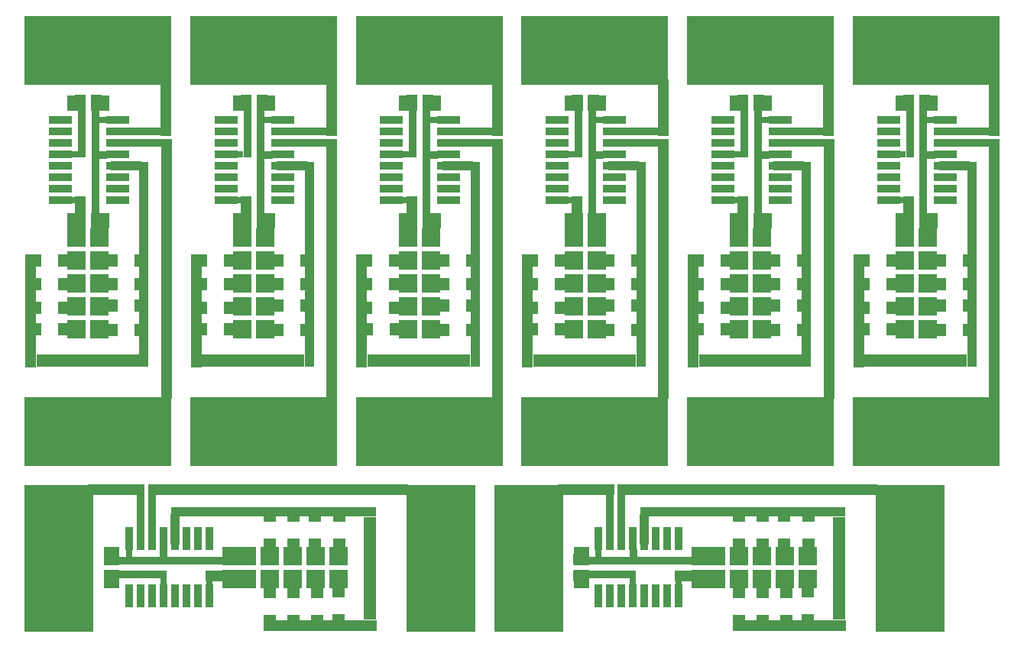
<source format=gtl>
G04 Layer_Physical_Order=1*
G04 Layer_Color=255*
%FSLAX44Y44*%
%MOMM*%
G71*
G01*
G75*
%ADD10R,1.4000X1.2000*%
%ADD11R,0.9000X2.5000*%
%ADD12R,28.8000X1.1500*%
%ADD13R,6.3000X1.2000*%
%ADD14R,0.9000X4.8000*%
%ADD15R,1.4000X11.4000*%
%ADD16R,12.5000X1.2500*%
%ADD17R,1.8000X2.0000*%
%ADD18R,2.0000X1.2000*%
%ADD19R,0.9000X4.2000*%
%ADD20R,7.7000X16.3000*%
%ADD21R,22.8000X1.1000*%
%ADD22R,1.0000X3.4000*%
%ADD23R,6.9000X0.9000*%
%ADD24R,0.8000X1.0000*%
%ADD25R,12.1000X0.9000*%
%ADD26R,0.9000X1.3000*%
%ADD27R,0.8000X1.6000*%
%ADD28R,0.8000X0.8000*%
%ADD29R,1.2000X1.4000*%
%ADD30R,2.5000X0.9000*%
%ADD31R,1.1500X28.8000*%
%ADD32R,1.2000X6.3000*%
%ADD33R,4.8000X0.9000*%
%ADD34R,11.4000X1.4000*%
%ADD35R,1.2500X12.5000*%
%ADD36R,2.0000X1.8000*%
%ADD37R,1.2000X2.0000*%
%ADD38R,4.2000X0.9000*%
%ADD39R,16.3000X7.7000*%
%ADD40R,1.1000X22.8000*%
%ADD41R,3.4000X1.0000*%
%ADD42R,0.9000X6.9000*%
%ADD43R,1.0000X0.8000*%
%ADD44R,0.9000X12.1000*%
%ADD45R,1.3000X0.9000*%
%ADD46R,1.6000X0.8000*%
%ADD47R,0.8000X0.8000*%
%ADD48R,2.0000X2.0000*%
%ADD49R,2.0000X2.0000*%
D10*
X765000Y423000D02*
D03*
Y441000D02*
D03*
X896000D02*
D03*
Y423000D02*
D03*
X942000Y404240D02*
D03*
Y373760D02*
D03*
X968000D02*
D03*
X994000D02*
D03*
X1018000Y374000D02*
D03*
Y404480D02*
D03*
X994000Y404240D02*
D03*
X968000D02*
D03*
X1019000Y458520D02*
D03*
Y489000D02*
D03*
X992000D02*
D03*
Y458520D02*
D03*
X968000D02*
D03*
Y489000D02*
D03*
X942000D02*
D03*
Y458520D02*
D03*
X1285000Y441000D02*
D03*
Y423000D02*
D03*
X1416000D02*
D03*
Y441000D02*
D03*
X1462000Y404240D02*
D03*
Y373760D02*
D03*
X1488000D02*
D03*
X1514000D02*
D03*
X1538000Y374000D02*
D03*
Y404480D02*
D03*
X1514000Y404240D02*
D03*
X1488000D02*
D03*
X1512000Y458520D02*
D03*
X1539000D02*
D03*
Y489000D02*
D03*
X1512000D02*
D03*
X1488000D02*
D03*
Y458520D02*
D03*
X1462000D02*
D03*
Y489000D02*
D03*
D11*
X786150Y400870D02*
D03*
X798850D02*
D03*
X811550D02*
D03*
X824250D02*
D03*
X836950D02*
D03*
X849650D02*
D03*
X862350D02*
D03*
X875050D02*
D03*
Y464130D02*
D03*
X862350D02*
D03*
X849650D02*
D03*
X836950D02*
D03*
X824250D02*
D03*
X811550D02*
D03*
X798850D02*
D03*
X786150D02*
D03*
X1306150Y400870D02*
D03*
X1318850D02*
D03*
X1331550D02*
D03*
X1344250D02*
D03*
X1356950D02*
D03*
X1369650D02*
D03*
X1382350D02*
D03*
X1395050D02*
D03*
Y464130D02*
D03*
X1382350D02*
D03*
X1369650D02*
D03*
X1356950D02*
D03*
X1344250D02*
D03*
X1331550D02*
D03*
X1318850D02*
D03*
X1306150D02*
D03*
D12*
X951000Y518250D02*
D03*
X1471000D02*
D03*
D13*
X772000Y518000D02*
D03*
X1292000D02*
D03*
D14*
X799000Y489000D02*
D03*
X1319000D02*
D03*
D15*
X1053000Y431000D02*
D03*
X1573000D02*
D03*
D16*
X997500Y367750D02*
D03*
X1517500D02*
D03*
D17*
X767000Y419000D02*
D03*
Y445000D02*
D03*
X898000Y419000D02*
D03*
Y445000D02*
D03*
X1287000Y419000D02*
D03*
Y445000D02*
D03*
X1418000Y419000D02*
D03*
Y445000D02*
D03*
D18*
X881000Y423000D02*
D03*
X1401000D02*
D03*
D19*
X811500Y493000D02*
D03*
X1331500D02*
D03*
D20*
X708500Y442500D02*
D03*
X1131500D02*
D03*
X1228500D02*
D03*
X1651500D02*
D03*
D21*
X946000Y493500D02*
D03*
X1466000D02*
D03*
D22*
X837000Y474000D02*
D03*
X1357000D02*
D03*
D23*
X793500Y424500D02*
D03*
X1313500D02*
D03*
D24*
X824000Y415000D02*
D03*
X1344000D02*
D03*
D25*
X829500Y439500D02*
D03*
X1349500D02*
D03*
D26*
X824500Y446500D02*
D03*
X1344500D02*
D03*
D27*
X786000Y446000D02*
D03*
X1306000D02*
D03*
D28*
X875000Y416000D02*
D03*
X1395000D02*
D03*
D29*
X683000Y696000D02*
D03*
X713480D02*
D03*
X767520Y695000D02*
D03*
X798000D02*
D03*
Y722000D02*
D03*
Y746000D02*
D03*
Y772000D02*
D03*
X750000Y818000D02*
D03*
X767520Y772000D02*
D03*
Y746000D02*
D03*
Y722000D02*
D03*
X713240Y746000D02*
D03*
Y720000D02*
D03*
X682760Y746000D02*
D03*
Y720000D02*
D03*
X713240Y772000D02*
D03*
X732000Y818000D02*
D03*
X682760Y772000D02*
D03*
X866500Y696000D02*
D03*
X896980D02*
D03*
X896740Y720000D02*
D03*
Y746000D02*
D03*
Y772000D02*
D03*
X915500Y818000D02*
D03*
X933500D02*
D03*
X951020Y772000D02*
D03*
Y746000D02*
D03*
Y722000D02*
D03*
Y695000D02*
D03*
X981500D02*
D03*
X1050000Y696000D02*
D03*
X1080480D02*
D03*
X1080240Y720000D02*
D03*
Y746000D02*
D03*
Y772000D02*
D03*
X1099000Y818000D02*
D03*
X1117000D02*
D03*
X1134520Y772000D02*
D03*
Y746000D02*
D03*
Y722000D02*
D03*
Y695000D02*
D03*
X1165000D02*
D03*
Y722000D02*
D03*
Y746000D02*
D03*
Y772000D02*
D03*
X1233260Y720000D02*
D03*
X1233500Y696000D02*
D03*
X1263980D02*
D03*
X1318020Y695000D02*
D03*
X1348500D02*
D03*
Y722000D02*
D03*
Y746000D02*
D03*
Y772000D02*
D03*
X1300500Y818000D02*
D03*
X1318020Y772000D02*
D03*
Y746000D02*
D03*
Y722000D02*
D03*
X1263740Y746000D02*
D03*
Y720000D02*
D03*
X1233260Y746000D02*
D03*
X1263740Y772000D02*
D03*
X1282500Y818000D02*
D03*
X1233260Y772000D02*
D03*
X1417000Y696000D02*
D03*
X1447480D02*
D03*
X1501520Y695000D02*
D03*
X1532000D02*
D03*
Y722000D02*
D03*
Y746000D02*
D03*
Y772000D02*
D03*
X1484000Y818000D02*
D03*
X1501520Y772000D02*
D03*
Y746000D02*
D03*
Y722000D02*
D03*
X1447240Y746000D02*
D03*
Y720000D02*
D03*
X1416760Y746000D02*
D03*
Y720000D02*
D03*
X1447240Y772000D02*
D03*
X1466000Y818000D02*
D03*
X1416760Y772000D02*
D03*
X1600500Y696000D02*
D03*
X1630980D02*
D03*
X1630740Y720000D02*
D03*
Y746000D02*
D03*
Y772000D02*
D03*
X1649500Y818000D02*
D03*
X1667500D02*
D03*
X1685020Y772000D02*
D03*
X1715500D02*
D03*
Y746000D02*
D03*
X1685020D02*
D03*
Y722000D02*
D03*
X1715500D02*
D03*
Y695000D02*
D03*
X1685020D02*
D03*
X1600260Y772000D02*
D03*
Y746000D02*
D03*
Y720000D02*
D03*
X1649500Y949000D02*
D03*
X1667500D02*
D03*
X1484000D02*
D03*
X1466000D02*
D03*
X1300500D02*
D03*
X1282500D02*
D03*
X1117000D02*
D03*
X1099000D02*
D03*
X981500Y772000D02*
D03*
Y746000D02*
D03*
Y722000D02*
D03*
X1049760Y720000D02*
D03*
Y746000D02*
D03*
Y772000D02*
D03*
X933500Y949000D02*
D03*
X915500D02*
D03*
X866260Y772000D02*
D03*
Y746000D02*
D03*
Y720000D02*
D03*
X750000Y949000D02*
D03*
X732000D02*
D03*
D30*
X773130Y838950D02*
D03*
Y851650D02*
D03*
Y864350D02*
D03*
Y877050D02*
D03*
Y889750D02*
D03*
Y902450D02*
D03*
Y915150D02*
D03*
Y927850D02*
D03*
X709870D02*
D03*
Y915150D02*
D03*
Y902450D02*
D03*
Y889750D02*
D03*
Y877050D02*
D03*
Y864350D02*
D03*
Y851650D02*
D03*
Y838950D02*
D03*
X893370D02*
D03*
Y851650D02*
D03*
Y864350D02*
D03*
Y877050D02*
D03*
Y889750D02*
D03*
Y902450D02*
D03*
Y915150D02*
D03*
Y927850D02*
D03*
X956630Y864350D02*
D03*
Y851650D02*
D03*
Y838950D02*
D03*
Y877050D02*
D03*
Y889750D02*
D03*
Y902450D02*
D03*
Y915150D02*
D03*
Y927850D02*
D03*
X1076870Y838950D02*
D03*
Y851650D02*
D03*
Y864350D02*
D03*
Y877050D02*
D03*
Y889750D02*
D03*
Y902450D02*
D03*
Y915150D02*
D03*
Y927850D02*
D03*
X1140130Y864350D02*
D03*
Y851650D02*
D03*
Y838950D02*
D03*
Y877050D02*
D03*
Y889750D02*
D03*
Y902450D02*
D03*
Y915150D02*
D03*
Y927850D02*
D03*
X1260370Y838950D02*
D03*
Y851650D02*
D03*
Y864350D02*
D03*
Y877050D02*
D03*
Y889750D02*
D03*
Y902450D02*
D03*
Y915150D02*
D03*
Y927850D02*
D03*
X1323630Y864350D02*
D03*
Y851650D02*
D03*
Y838950D02*
D03*
Y877050D02*
D03*
Y889750D02*
D03*
Y902450D02*
D03*
Y915150D02*
D03*
Y927850D02*
D03*
X1443870Y838950D02*
D03*
Y851650D02*
D03*
Y864350D02*
D03*
Y877050D02*
D03*
Y889750D02*
D03*
Y902450D02*
D03*
Y915150D02*
D03*
Y927850D02*
D03*
X1507130Y864350D02*
D03*
Y851650D02*
D03*
Y838950D02*
D03*
Y877050D02*
D03*
Y889750D02*
D03*
Y902450D02*
D03*
Y915150D02*
D03*
Y927850D02*
D03*
X1627370Y838950D02*
D03*
Y851650D02*
D03*
Y864350D02*
D03*
Y877050D02*
D03*
Y889750D02*
D03*
Y902450D02*
D03*
Y915150D02*
D03*
Y927850D02*
D03*
X1690630Y864350D02*
D03*
Y851650D02*
D03*
Y838950D02*
D03*
Y877050D02*
D03*
Y889750D02*
D03*
Y902450D02*
D03*
Y915150D02*
D03*
Y927850D02*
D03*
D31*
X827250Y763000D02*
D03*
X1010750D02*
D03*
X1194250D02*
D03*
X1377750D02*
D03*
X1561250D02*
D03*
X1744750D02*
D03*
D32*
X827000Y942000D02*
D03*
X1010500D02*
D03*
X1194000D02*
D03*
X1377500D02*
D03*
X1561000D02*
D03*
X1744500D02*
D03*
D33*
X798000Y915000D02*
D03*
X981500D02*
D03*
X1165000D02*
D03*
X1348500D02*
D03*
X1532000D02*
D03*
X1715500D02*
D03*
D34*
X740000Y661000D02*
D03*
X923500D02*
D03*
X1107000D02*
D03*
X1290500D02*
D03*
X1474000D02*
D03*
X1657500D02*
D03*
D35*
X676750Y716500D02*
D03*
X860250D02*
D03*
X1043750D02*
D03*
X1227250D02*
D03*
X1410750D02*
D03*
X1594250D02*
D03*
D36*
X754000Y816000D02*
D03*
X728000D02*
D03*
X754000Y947000D02*
D03*
X728000D02*
D03*
X911500Y816000D02*
D03*
X937500D02*
D03*
Y947000D02*
D03*
X911500D02*
D03*
X1095000Y816000D02*
D03*
X1121000D02*
D03*
X1278500D02*
D03*
X1304500D02*
D03*
X1462000D02*
D03*
X1488000D02*
D03*
X1645500D02*
D03*
X1671500D02*
D03*
Y947000D02*
D03*
X1645500D02*
D03*
X1488000D02*
D03*
X1462000D02*
D03*
X1304500D02*
D03*
X1278500D02*
D03*
X1121000D02*
D03*
X1095000D02*
D03*
D37*
X732000Y833000D02*
D03*
X915500D02*
D03*
X1099000D02*
D03*
X1282500D02*
D03*
X1466000D02*
D03*
X1649500D02*
D03*
D38*
X802000Y902500D02*
D03*
X985500D02*
D03*
X1169000D02*
D03*
X1352500D02*
D03*
X1536000D02*
D03*
X1719500D02*
D03*
D39*
X751500Y582500D02*
D03*
X935000D02*
D03*
X1118500D02*
D03*
X1302000D02*
D03*
X1485500D02*
D03*
X1669000D02*
D03*
Y1005500D02*
D03*
X1485500D02*
D03*
X1302000D02*
D03*
X1118500D02*
D03*
X935000D02*
D03*
X751500D02*
D03*
D40*
X802500Y768000D02*
D03*
X986000D02*
D03*
X1169500D02*
D03*
X1353000D02*
D03*
X1536500D02*
D03*
X1720000D02*
D03*
D41*
X783000Y877000D02*
D03*
X966500D02*
D03*
X1150000D02*
D03*
X1333500D02*
D03*
X1517000D02*
D03*
X1700500D02*
D03*
D42*
X917000Y920500D02*
D03*
X1100500D02*
D03*
X1284000D02*
D03*
X1467500D02*
D03*
X1651000D02*
D03*
X733500D02*
D03*
D43*
X907500Y890000D02*
D03*
X724000D02*
D03*
X1091000D02*
D03*
X1274500D02*
D03*
X1458000D02*
D03*
X1641500D02*
D03*
D44*
X748500Y884500D02*
D03*
X932000D02*
D03*
X1115500D02*
D03*
X1299000D02*
D03*
X1482500D02*
D03*
X1666000D02*
D03*
D45*
X755500Y889500D02*
D03*
X939000D02*
D03*
X1122500D02*
D03*
X1306000D02*
D03*
X1489500D02*
D03*
X1673000D02*
D03*
D46*
X938500Y928000D02*
D03*
X755000D02*
D03*
X1122000D02*
D03*
X1305500D02*
D03*
X1489000D02*
D03*
X1672500D02*
D03*
D47*
X725000Y839000D02*
D03*
X908500D02*
D03*
X1092000D02*
D03*
X1275500D02*
D03*
X1459000D02*
D03*
X1642500D02*
D03*
D48*
X916200Y419000D02*
D03*
X941600D02*
D03*
X967000D02*
D03*
X992400D02*
D03*
X1017800D02*
D03*
Y444400D02*
D03*
X992400D02*
D03*
X967000D02*
D03*
X941600D02*
D03*
X916200D02*
D03*
X1436200Y419000D02*
D03*
X1461600D02*
D03*
X1487000D02*
D03*
X1512400D02*
D03*
X1537800D02*
D03*
Y444400D02*
D03*
X1512400D02*
D03*
X1487000D02*
D03*
X1461600D02*
D03*
X1436200D02*
D03*
D49*
X728000Y696200D02*
D03*
X753400D02*
D03*
Y721600D02*
D03*
Y747000D02*
D03*
Y772400D02*
D03*
Y797800D02*
D03*
X728000D02*
D03*
Y772400D02*
D03*
Y747000D02*
D03*
Y721600D02*
D03*
X911500Y696200D02*
D03*
X936900D02*
D03*
Y721600D02*
D03*
X911500D02*
D03*
Y747000D02*
D03*
X936900D02*
D03*
Y772400D02*
D03*
Y797800D02*
D03*
X911500D02*
D03*
Y772400D02*
D03*
X1095000Y696200D02*
D03*
X1120400D02*
D03*
Y721600D02*
D03*
X1095000D02*
D03*
Y747000D02*
D03*
X1120400D02*
D03*
Y772400D02*
D03*
Y797800D02*
D03*
X1095000D02*
D03*
Y772400D02*
D03*
X1278500Y696200D02*
D03*
X1303900D02*
D03*
Y721600D02*
D03*
Y747000D02*
D03*
Y772400D02*
D03*
Y797800D02*
D03*
X1278500D02*
D03*
Y772400D02*
D03*
Y747000D02*
D03*
Y721600D02*
D03*
X1462000Y696200D02*
D03*
X1487400D02*
D03*
Y721600D02*
D03*
Y747000D02*
D03*
Y772400D02*
D03*
Y797800D02*
D03*
X1462000D02*
D03*
Y772400D02*
D03*
Y747000D02*
D03*
Y721600D02*
D03*
X1645500Y696200D02*
D03*
X1670900D02*
D03*
Y721600D02*
D03*
Y747000D02*
D03*
Y772400D02*
D03*
Y797800D02*
D03*
X1645500D02*
D03*
Y772400D02*
D03*
Y747000D02*
D03*
Y721600D02*
D03*
M02*

</source>
